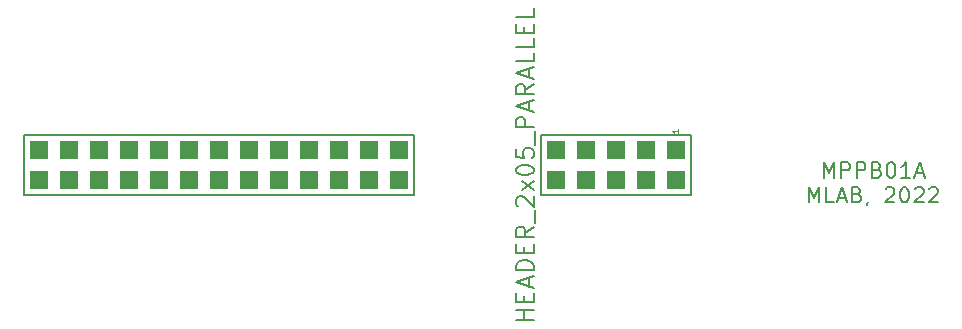
<source format=gbr>
%TF.GenerationSoftware,KiCad,Pcbnew,6.0.4-6f826c9f35~116~ubuntu20.04.1*%
%TF.CreationDate,2022-05-14T18:47:08+00:00*%
%TF.ProjectId,MPPB01B,4d505042-3031-4422-9e6b-696361645f70,**%
%TF.SameCoordinates,Original*%
%TF.FileFunction,Legend,Top*%
%TF.FilePolarity,Positive*%
%FSLAX46Y46*%
G04 Gerber Fmt 4.6, Leading zero omitted, Abs format (unit mm)*
G04 Created by KiCad (PCBNEW 6.0.4-6f826c9f35~116~ubuntu20.04.1) date 2022-05-14 18:47:08*
%MOMM*%
%LPD*%
G01*
G04 APERTURE LIST*
%ADD10C,0.150000*%
%ADD11C,0.050000*%
%ADD12R,1.524000X1.524000*%
G04 APERTURE END LIST*
D10*
X82441428Y3998405D02*
X82441428Y5298405D01*
X82874761Y4369834D01*
X83308095Y5298405D01*
X83308095Y3998405D01*
X83927142Y3998405D02*
X83927142Y5298405D01*
X84422380Y5298405D01*
X84546190Y5236500D01*
X84608095Y5174596D01*
X84670000Y5050786D01*
X84670000Y4865072D01*
X84608095Y4741262D01*
X84546190Y4679358D01*
X84422380Y4617453D01*
X83927142Y4617453D01*
X85227142Y3998405D02*
X85227142Y5298405D01*
X85722380Y5298405D01*
X85846190Y5236500D01*
X85908095Y5174596D01*
X85970000Y5050786D01*
X85970000Y4865072D01*
X85908095Y4741262D01*
X85846190Y4679358D01*
X85722380Y4617453D01*
X85227142Y4617453D01*
X86960476Y4679358D02*
X87146190Y4617453D01*
X87208095Y4555548D01*
X87270000Y4431739D01*
X87270000Y4246024D01*
X87208095Y4122215D01*
X87146190Y4060310D01*
X87022380Y3998405D01*
X86527142Y3998405D01*
X86527142Y5298405D01*
X86960476Y5298405D01*
X87084285Y5236500D01*
X87146190Y5174596D01*
X87208095Y5050786D01*
X87208095Y4926977D01*
X87146190Y4803167D01*
X87084285Y4741262D01*
X86960476Y4679358D01*
X86527142Y4679358D01*
X88074761Y5298405D02*
X88198571Y5298405D01*
X88322380Y5236500D01*
X88384285Y5174596D01*
X88446190Y5050786D01*
X88508095Y4803167D01*
X88508095Y4493643D01*
X88446190Y4246024D01*
X88384285Y4122215D01*
X88322380Y4060310D01*
X88198571Y3998405D01*
X88074761Y3998405D01*
X87950952Y4060310D01*
X87889047Y4122215D01*
X87827142Y4246024D01*
X87765238Y4493643D01*
X87765238Y4803167D01*
X87827142Y5050786D01*
X87889047Y5174596D01*
X87950952Y5236500D01*
X88074761Y5298405D01*
X89746190Y3998405D02*
X89003333Y3998405D01*
X89374761Y3998405D02*
X89374761Y5298405D01*
X89250952Y5112691D01*
X89127142Y4988881D01*
X89003333Y4926977D01*
X90241428Y4369834D02*
X90860476Y4369834D01*
X90117619Y3998405D02*
X90550952Y5298405D01*
X90984285Y3998405D01*
X81172380Y1905405D02*
X81172380Y3205405D01*
X81605714Y2276834D01*
X82039047Y3205405D01*
X82039047Y1905405D01*
X83277142Y1905405D02*
X82658095Y1905405D01*
X82658095Y3205405D01*
X83648571Y2276834D02*
X84267619Y2276834D01*
X83524761Y1905405D02*
X83958095Y3205405D01*
X84391428Y1905405D01*
X85258095Y2586358D02*
X85443809Y2524453D01*
X85505714Y2462548D01*
X85567619Y2338739D01*
X85567619Y2153024D01*
X85505714Y2029215D01*
X85443809Y1967310D01*
X85320000Y1905405D01*
X84824761Y1905405D01*
X84824761Y3205405D01*
X85258095Y3205405D01*
X85381904Y3143500D01*
X85443809Y3081596D01*
X85505714Y2957786D01*
X85505714Y2833977D01*
X85443809Y2710167D01*
X85381904Y2648262D01*
X85258095Y2586358D01*
X84824761Y2586358D01*
X86186666Y1967310D02*
X86186666Y1905405D01*
X86124761Y1781596D01*
X86062857Y1719691D01*
X87672380Y3081596D02*
X87734285Y3143500D01*
X87858095Y3205405D01*
X88167619Y3205405D01*
X88291428Y3143500D01*
X88353333Y3081596D01*
X88415238Y2957786D01*
X88415238Y2833977D01*
X88353333Y2648262D01*
X87610476Y1905405D01*
X88415238Y1905405D01*
X89220000Y3205405D02*
X89343809Y3205405D01*
X89467619Y3143500D01*
X89529523Y3081596D01*
X89591428Y2957786D01*
X89653333Y2710167D01*
X89653333Y2400643D01*
X89591428Y2153024D01*
X89529523Y2029215D01*
X89467619Y1967310D01*
X89343809Y1905405D01*
X89220000Y1905405D01*
X89096190Y1967310D01*
X89034285Y2029215D01*
X88972380Y2153024D01*
X88910476Y2400643D01*
X88910476Y2710167D01*
X88972380Y2957786D01*
X89034285Y3081596D01*
X89096190Y3143500D01*
X89220000Y3205405D01*
X90148571Y3081596D02*
X90210476Y3143500D01*
X90334285Y3205405D01*
X90643809Y3205405D01*
X90767619Y3143500D01*
X90829523Y3081596D01*
X90891428Y2957786D01*
X90891428Y2833977D01*
X90829523Y2648262D01*
X90086666Y1905405D01*
X90891428Y1905405D01*
X91386666Y3081596D02*
X91448571Y3143500D01*
X91572380Y3205405D01*
X91881904Y3205405D01*
X92005714Y3143500D01*
X92067619Y3081596D01*
X92129523Y2957786D01*
X92129523Y2833977D01*
X92067619Y2648262D01*
X91324761Y1905405D01*
X92129523Y1905405D01*
%TO.C,P11*%
X57878571Y-8067142D02*
X56378571Y-8067142D01*
X57092857Y-8067142D02*
X57092857Y-7210000D01*
X57878571Y-7210000D02*
X56378571Y-7210000D01*
X57092857Y-6495714D02*
X57092857Y-5995714D01*
X57878571Y-5781428D02*
X57878571Y-6495714D01*
X56378571Y-6495714D01*
X56378571Y-5781428D01*
X57450000Y-5210000D02*
X57450000Y-4495714D01*
X57878571Y-5352857D02*
X56378571Y-4852857D01*
X57878571Y-4352857D01*
X57878571Y-3852857D02*
X56378571Y-3852857D01*
X56378571Y-3495714D01*
X56450000Y-3281428D01*
X56592857Y-3138571D01*
X56735714Y-3067142D01*
X57021428Y-2995714D01*
X57235714Y-2995714D01*
X57521428Y-3067142D01*
X57664285Y-3138571D01*
X57807142Y-3281428D01*
X57878571Y-3495714D01*
X57878571Y-3852857D01*
X57092857Y-2352857D02*
X57092857Y-1852857D01*
X57878571Y-1638571D02*
X57878571Y-2352857D01*
X56378571Y-2352857D01*
X56378571Y-1638571D01*
X57878571Y-138571D02*
X57164285Y-638571D01*
X57878571Y-995714D02*
X56378571Y-995714D01*
X56378571Y-424285D01*
X56450000Y-281428D01*
X56521428Y-210000D01*
X56664285Y-138571D01*
X56878571Y-138571D01*
X57021428Y-210000D01*
X57092857Y-281428D01*
X57164285Y-424285D01*
X57164285Y-995714D01*
X58021428Y147143D02*
X58021428Y1290000D01*
X56521428Y1575715D02*
X56450000Y1647143D01*
X56378571Y1790000D01*
X56378571Y2147143D01*
X56450000Y2290000D01*
X56521428Y2361429D01*
X56664285Y2432858D01*
X56807142Y2432858D01*
X57021428Y2361429D01*
X57878571Y1504286D01*
X57878571Y2432858D01*
X57878571Y2932858D02*
X56878571Y3718572D01*
X56878571Y2932858D02*
X57878571Y3718572D01*
X56378571Y4575715D02*
X56378571Y4718572D01*
X56450000Y4861429D01*
X56521428Y4932858D01*
X56664285Y5004286D01*
X56950000Y5075715D01*
X57307142Y5075715D01*
X57592857Y5004286D01*
X57735714Y4932858D01*
X57807142Y4861429D01*
X57878571Y4718572D01*
X57878571Y4575715D01*
X57807142Y4432858D01*
X57735714Y4361429D01*
X57592857Y4290000D01*
X57307142Y4218572D01*
X56950000Y4218572D01*
X56664285Y4290000D01*
X56521428Y4361429D01*
X56450000Y4432858D01*
X56378571Y4575715D01*
X56378571Y6432858D02*
X56378571Y5718572D01*
X57092857Y5647143D01*
X57021428Y5718572D01*
X56950000Y5861429D01*
X56950000Y6218572D01*
X57021428Y6361429D01*
X57092857Y6432858D01*
X57235714Y6504286D01*
X57592857Y6504286D01*
X57735714Y6432858D01*
X57807142Y6361429D01*
X57878571Y6218572D01*
X57878571Y5861429D01*
X57807142Y5718572D01*
X57735714Y5647143D01*
X58021428Y6790000D02*
X58021428Y7932858D01*
X57878571Y8290000D02*
X56378571Y8290000D01*
X56378571Y8861429D01*
X56450000Y9004286D01*
X56521428Y9075715D01*
X56664285Y9147143D01*
X56878571Y9147143D01*
X57021428Y9075715D01*
X57092857Y9004286D01*
X57164285Y8861429D01*
X57164285Y8290000D01*
X57450000Y9718572D02*
X57450000Y10432858D01*
X57878571Y9575715D02*
X56378571Y10075715D01*
X57878571Y10575715D01*
X57878571Y11932858D02*
X57164285Y11432858D01*
X57878571Y11075715D02*
X56378571Y11075715D01*
X56378571Y11647143D01*
X56450000Y11790000D01*
X56521428Y11861429D01*
X56664285Y11932858D01*
X56878571Y11932858D01*
X57021428Y11861429D01*
X57092857Y11790000D01*
X57164285Y11647143D01*
X57164285Y11075715D01*
X57450000Y12504286D02*
X57450000Y13218572D01*
X57878571Y12361429D02*
X56378571Y12861429D01*
X57878571Y13361429D01*
X57878571Y14575715D02*
X57878571Y13861429D01*
X56378571Y13861429D01*
X57878571Y15790000D02*
X57878571Y15075715D01*
X56378571Y15075715D01*
X57092857Y16290000D02*
X57092857Y16790000D01*
X57878571Y17004286D02*
X57878571Y16290000D01*
X56378571Y16290000D01*
X56378571Y17004286D01*
X57878571Y18361429D02*
X57878571Y17647143D01*
X56378571Y17647143D01*
D11*
X70126190Y8103858D02*
X70126190Y7818143D01*
X70126190Y7961000D02*
X69626190Y7961000D01*
X69697619Y7913381D01*
X69745238Y7865762D01*
X69769047Y7818143D01*
D10*
%TO.C,P7*%
X14710000Y7580000D02*
X47730000Y7580000D01*
X14710000Y2500000D02*
X14710000Y7580000D01*
X47730000Y7580000D02*
X47730000Y2500000D01*
X47730000Y2500000D02*
X14710000Y2500000D01*
%TO.C,P11*%
X71170000Y2500000D02*
X58470000Y2500000D01*
X58470000Y7580000D02*
X71170000Y7580000D01*
X71170000Y7580000D02*
X71170000Y2500000D01*
X58470000Y2500000D02*
X58470000Y7580000D01*
%TD*%
D12*
%TO.C,P7*%
X46460000Y6310000D03*
X46460000Y3770000D03*
X43920000Y6310000D03*
X43920000Y3770000D03*
X41380000Y6310000D03*
X41380000Y3770000D03*
X38840000Y6310000D03*
X38840000Y3770000D03*
X36300000Y6310000D03*
X36300000Y3770000D03*
X33760000Y6310000D03*
X33760000Y3770000D03*
X31220000Y6310000D03*
X31220000Y3770000D03*
X28680000Y6310000D03*
X28680000Y3770000D03*
X26140000Y6310000D03*
X26140000Y3770000D03*
X23600000Y6310000D03*
X23600000Y3770000D03*
X21060000Y6310000D03*
X21060000Y3770000D03*
X18520000Y6310000D03*
X18520000Y3770000D03*
X15980000Y6310000D03*
X15980000Y3770000D03*
%TD*%
%TO.C,P11*%
X69900000Y6310000D03*
X69900000Y3770000D03*
X67360000Y6310000D03*
X67360000Y3770000D03*
X64820000Y6310000D03*
X64820000Y3770000D03*
X62280000Y6310000D03*
X62280000Y3770000D03*
X59740000Y6310000D03*
X59740000Y3770000D03*
%TD*%
M02*

</source>
